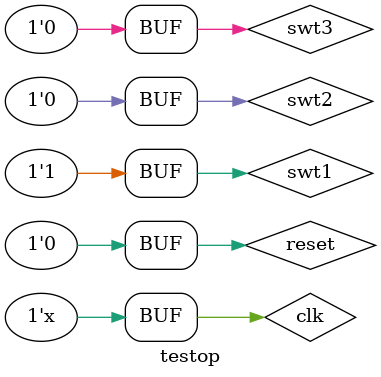
<source format=v>
`timescale 1ns / 1ps


module testop;

	// Inputs
	reg clk;
	reg reset;
	reg swt1;
	reg swt2;
	reg swt3;

	// Outputs
	wire vsync;
	wire hsync;
	wire [2:0] rgb;

	// Instantiate the Unit Under Test (UUT)
	TOP_VGA uut (
		.clk(clk), 
		.reset(reset), 
		.swt1(swt1), 
		.swt2(swt2), 
		.swt3(swt3), 
		.vsync(vsync), 
		.hsync(hsync), 
		.rgb(rgb_next)
	);


		always
		begin 
		#5 clk = ~clk;
		end
		
	initial begin
		// Initialize Inputs
		clk = 0;
		reset = 0;
		swt1 = 0;
		swt2 = 0;
		swt3 = 0;

		// Wait 100 ns for global reset to finish
		
		
		#2 reset = 1;
		#2 reset = 0;
			swt1 = 1; //R
			swt2 = 0; //G
			swt3 = 0; //B
        
		// Add stimulus here

	end
      
endmodule


</source>
